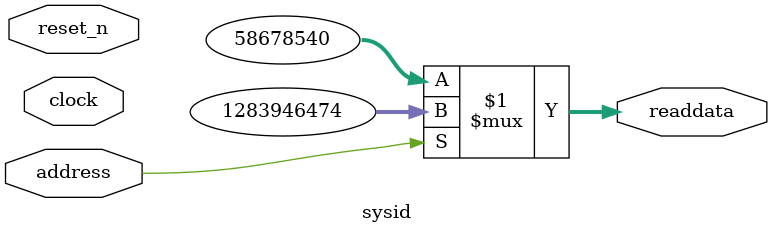
<source format=v>

`timescale 1ns / 1ps
// synthesis translate_on

// turn off superfluous verilog processor warnings 
// altera message_level Level1 
// altera message_off 10034 10035 10036 10037 10230 10240 10030 

module sysid (
               // inputs:
                address,
                clock,
                reset_n,

               // outputs:
                readdata
             )
;

  output  [ 31: 0] readdata;
  input            address;
  input            clock;
  input            reset_n;

  wire    [ 31: 0] readdata;
  //control_slave, which is an e_avalon_slave
  assign readdata = address ? 1283946474 : 58678540;

endmodule


</source>
